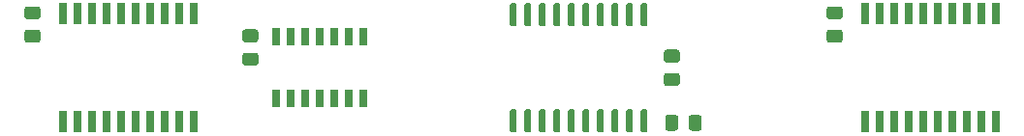
<source format=gbr>
%TF.GenerationSoftware,KiCad,Pcbnew,(5.1.6)-1*%
%TF.CreationDate,2022-11-05T15:29:03-04:00*%
%TF.ProjectId,A500-side-clockport,41353030-2d73-4696-9465-2d636c6f636b,rev?*%
%TF.SameCoordinates,Original*%
%TF.FileFunction,Paste,Top*%
%TF.FilePolarity,Positive*%
%FSLAX46Y46*%
G04 Gerber Fmt 4.6, Leading zero omitted, Abs format (unit mm)*
G04 Created by KiCad (PCBNEW (5.1.6)-1) date 2022-11-05 15:29:03*
%MOMM*%
%LPD*%
G01*
G04 APERTURE LIST*
%ADD10R,0.650000X1.525000*%
%ADD11R,0.650000X1.950000*%
G04 APERTURE END LIST*
%TO.C,C1*%
G36*
G01*
X159588000Y-75241999D02*
X159588000Y-76142001D01*
G75*
G02*
X159338001Y-76392000I-249999J0D01*
G01*
X158687999Y-76392000D01*
G75*
G02*
X158438000Y-76142001I0J249999D01*
G01*
X158438000Y-75241999D01*
G75*
G02*
X158687999Y-74992000I249999J0D01*
G01*
X159338001Y-74992000D01*
G75*
G02*
X159588000Y-75241999I0J-249999D01*
G01*
G37*
G36*
G01*
X157538000Y-75241999D02*
X157538000Y-76142001D01*
G75*
G02*
X157288001Y-76392000I-249999J0D01*
G01*
X156637999Y-76392000D01*
G75*
G02*
X156388000Y-76142001I0J249999D01*
G01*
X156388000Y-75241999D01*
G75*
G02*
X156637999Y-74992000I249999J0D01*
G01*
X157288001Y-74992000D01*
G75*
G02*
X157538000Y-75241999I0J-249999D01*
G01*
G37*
%TD*%
%TO.C,C2*%
G36*
G01*
X120592001Y-68629000D02*
X119691999Y-68629000D01*
G75*
G02*
X119442000Y-68379001I0J249999D01*
G01*
X119442000Y-67728999D01*
G75*
G02*
X119691999Y-67479000I249999J0D01*
G01*
X120592001Y-67479000D01*
G75*
G02*
X120842000Y-67728999I0J-249999D01*
G01*
X120842000Y-68379001D01*
G75*
G02*
X120592001Y-68629000I-249999J0D01*
G01*
G37*
G36*
G01*
X120592001Y-70679000D02*
X119691999Y-70679000D01*
G75*
G02*
X119442000Y-70429001I0J249999D01*
G01*
X119442000Y-69778999D01*
G75*
G02*
X119691999Y-69529000I249999J0D01*
G01*
X120592001Y-69529000D01*
G75*
G02*
X120842000Y-69778999I0J-249999D01*
G01*
X120842000Y-70429001D01*
G75*
G02*
X120592001Y-70679000I-249999J0D01*
G01*
G37*
%TD*%
%TO.C,C3*%
G36*
G01*
X101542001Y-66615000D02*
X100641999Y-66615000D01*
G75*
G02*
X100392000Y-66365001I0J249999D01*
G01*
X100392000Y-65714999D01*
G75*
G02*
X100641999Y-65465000I249999J0D01*
G01*
X101542001Y-65465000D01*
G75*
G02*
X101792000Y-65714999I0J-249999D01*
G01*
X101792000Y-66365001D01*
G75*
G02*
X101542001Y-66615000I-249999J0D01*
G01*
G37*
G36*
G01*
X101542001Y-68665000D02*
X100641999Y-68665000D01*
G75*
G02*
X100392000Y-68415001I0J249999D01*
G01*
X100392000Y-67764999D01*
G75*
G02*
X100641999Y-67515000I249999J0D01*
G01*
X101542001Y-67515000D01*
G75*
G02*
X101792000Y-67764999I0J-249999D01*
G01*
X101792000Y-68415001D01*
G75*
G02*
X101542001Y-68665000I-249999J0D01*
G01*
G37*
%TD*%
%TO.C,C4*%
G36*
G01*
X171646001Y-68665000D02*
X170745999Y-68665000D01*
G75*
G02*
X170496000Y-68415001I0J249999D01*
G01*
X170496000Y-67764999D01*
G75*
G02*
X170745999Y-67515000I249999J0D01*
G01*
X171646001Y-67515000D01*
G75*
G02*
X171896000Y-67764999I0J-249999D01*
G01*
X171896000Y-68415001D01*
G75*
G02*
X171646001Y-68665000I-249999J0D01*
G01*
G37*
G36*
G01*
X171646001Y-66615000D02*
X170745999Y-66615000D01*
G75*
G02*
X170496000Y-66365001I0J249999D01*
G01*
X170496000Y-65714999D01*
G75*
G02*
X170745999Y-65465000I249999J0D01*
G01*
X171646001Y-65465000D01*
G75*
G02*
X171896000Y-65714999I0J-249999D01*
G01*
X171896000Y-66365001D01*
G75*
G02*
X171646001Y-66615000I-249999J0D01*
G01*
G37*
%TD*%
%TO.C,R1*%
G36*
G01*
X157422001Y-72466000D02*
X156521999Y-72466000D01*
G75*
G02*
X156272000Y-72216001I0J249999D01*
G01*
X156272000Y-71565999D01*
G75*
G02*
X156521999Y-71316000I249999J0D01*
G01*
X157422001Y-71316000D01*
G75*
G02*
X157672000Y-71565999I0J-249999D01*
G01*
X157672000Y-72216001D01*
G75*
G02*
X157422001Y-72466000I-249999J0D01*
G01*
G37*
G36*
G01*
X157422001Y-70416000D02*
X156521999Y-70416000D01*
G75*
G02*
X156272000Y-70166001I0J249999D01*
G01*
X156272000Y-69515999D01*
G75*
G02*
X156521999Y-69266000I249999J0D01*
G01*
X157422001Y-69266000D01*
G75*
G02*
X157672000Y-69515999I0J-249999D01*
G01*
X157672000Y-70166001D01*
G75*
G02*
X157422001Y-70416000I-249999J0D01*
G01*
G37*
%TD*%
%TO.C,U1*%
G36*
G01*
X154409000Y-65191000D02*
X154709000Y-65191000D01*
G75*
G02*
X154859000Y-65341000I0J-150000D01*
G01*
X154859000Y-67091000D01*
G75*
G02*
X154709000Y-67241000I-150000J0D01*
G01*
X154409000Y-67241000D01*
G75*
G02*
X154259000Y-67091000I0J150000D01*
G01*
X154259000Y-65341000D01*
G75*
G02*
X154409000Y-65191000I150000J0D01*
G01*
G37*
G36*
G01*
X153139000Y-65191000D02*
X153439000Y-65191000D01*
G75*
G02*
X153589000Y-65341000I0J-150000D01*
G01*
X153589000Y-67091000D01*
G75*
G02*
X153439000Y-67241000I-150000J0D01*
G01*
X153139000Y-67241000D01*
G75*
G02*
X152989000Y-67091000I0J150000D01*
G01*
X152989000Y-65341000D01*
G75*
G02*
X153139000Y-65191000I150000J0D01*
G01*
G37*
G36*
G01*
X151869000Y-65191000D02*
X152169000Y-65191000D01*
G75*
G02*
X152319000Y-65341000I0J-150000D01*
G01*
X152319000Y-67091000D01*
G75*
G02*
X152169000Y-67241000I-150000J0D01*
G01*
X151869000Y-67241000D01*
G75*
G02*
X151719000Y-67091000I0J150000D01*
G01*
X151719000Y-65341000D01*
G75*
G02*
X151869000Y-65191000I150000J0D01*
G01*
G37*
G36*
G01*
X150599000Y-65191000D02*
X150899000Y-65191000D01*
G75*
G02*
X151049000Y-65341000I0J-150000D01*
G01*
X151049000Y-67091000D01*
G75*
G02*
X150899000Y-67241000I-150000J0D01*
G01*
X150599000Y-67241000D01*
G75*
G02*
X150449000Y-67091000I0J150000D01*
G01*
X150449000Y-65341000D01*
G75*
G02*
X150599000Y-65191000I150000J0D01*
G01*
G37*
G36*
G01*
X149329000Y-65191000D02*
X149629000Y-65191000D01*
G75*
G02*
X149779000Y-65341000I0J-150000D01*
G01*
X149779000Y-67091000D01*
G75*
G02*
X149629000Y-67241000I-150000J0D01*
G01*
X149329000Y-67241000D01*
G75*
G02*
X149179000Y-67091000I0J150000D01*
G01*
X149179000Y-65341000D01*
G75*
G02*
X149329000Y-65191000I150000J0D01*
G01*
G37*
G36*
G01*
X148059000Y-65191000D02*
X148359000Y-65191000D01*
G75*
G02*
X148509000Y-65341000I0J-150000D01*
G01*
X148509000Y-67091000D01*
G75*
G02*
X148359000Y-67241000I-150000J0D01*
G01*
X148059000Y-67241000D01*
G75*
G02*
X147909000Y-67091000I0J150000D01*
G01*
X147909000Y-65341000D01*
G75*
G02*
X148059000Y-65191000I150000J0D01*
G01*
G37*
G36*
G01*
X146789000Y-65191000D02*
X147089000Y-65191000D01*
G75*
G02*
X147239000Y-65341000I0J-150000D01*
G01*
X147239000Y-67091000D01*
G75*
G02*
X147089000Y-67241000I-150000J0D01*
G01*
X146789000Y-67241000D01*
G75*
G02*
X146639000Y-67091000I0J150000D01*
G01*
X146639000Y-65341000D01*
G75*
G02*
X146789000Y-65191000I150000J0D01*
G01*
G37*
G36*
G01*
X145519000Y-65191000D02*
X145819000Y-65191000D01*
G75*
G02*
X145969000Y-65341000I0J-150000D01*
G01*
X145969000Y-67091000D01*
G75*
G02*
X145819000Y-67241000I-150000J0D01*
G01*
X145519000Y-67241000D01*
G75*
G02*
X145369000Y-67091000I0J150000D01*
G01*
X145369000Y-65341000D01*
G75*
G02*
X145519000Y-65191000I150000J0D01*
G01*
G37*
G36*
G01*
X144249000Y-65191000D02*
X144549000Y-65191000D01*
G75*
G02*
X144699000Y-65341000I0J-150000D01*
G01*
X144699000Y-67091000D01*
G75*
G02*
X144549000Y-67241000I-150000J0D01*
G01*
X144249000Y-67241000D01*
G75*
G02*
X144099000Y-67091000I0J150000D01*
G01*
X144099000Y-65341000D01*
G75*
G02*
X144249000Y-65191000I150000J0D01*
G01*
G37*
G36*
G01*
X142979000Y-65191000D02*
X143279000Y-65191000D01*
G75*
G02*
X143429000Y-65341000I0J-150000D01*
G01*
X143429000Y-67091000D01*
G75*
G02*
X143279000Y-67241000I-150000J0D01*
G01*
X142979000Y-67241000D01*
G75*
G02*
X142829000Y-67091000I0J150000D01*
G01*
X142829000Y-65341000D01*
G75*
G02*
X142979000Y-65191000I150000J0D01*
G01*
G37*
G36*
G01*
X142979000Y-74491000D02*
X143279000Y-74491000D01*
G75*
G02*
X143429000Y-74641000I0J-150000D01*
G01*
X143429000Y-76391000D01*
G75*
G02*
X143279000Y-76541000I-150000J0D01*
G01*
X142979000Y-76541000D01*
G75*
G02*
X142829000Y-76391000I0J150000D01*
G01*
X142829000Y-74641000D01*
G75*
G02*
X142979000Y-74491000I150000J0D01*
G01*
G37*
G36*
G01*
X144249000Y-74491000D02*
X144549000Y-74491000D01*
G75*
G02*
X144699000Y-74641000I0J-150000D01*
G01*
X144699000Y-76391000D01*
G75*
G02*
X144549000Y-76541000I-150000J0D01*
G01*
X144249000Y-76541000D01*
G75*
G02*
X144099000Y-76391000I0J150000D01*
G01*
X144099000Y-74641000D01*
G75*
G02*
X144249000Y-74491000I150000J0D01*
G01*
G37*
G36*
G01*
X145519000Y-74491000D02*
X145819000Y-74491000D01*
G75*
G02*
X145969000Y-74641000I0J-150000D01*
G01*
X145969000Y-76391000D01*
G75*
G02*
X145819000Y-76541000I-150000J0D01*
G01*
X145519000Y-76541000D01*
G75*
G02*
X145369000Y-76391000I0J150000D01*
G01*
X145369000Y-74641000D01*
G75*
G02*
X145519000Y-74491000I150000J0D01*
G01*
G37*
G36*
G01*
X146789000Y-74491000D02*
X147089000Y-74491000D01*
G75*
G02*
X147239000Y-74641000I0J-150000D01*
G01*
X147239000Y-76391000D01*
G75*
G02*
X147089000Y-76541000I-150000J0D01*
G01*
X146789000Y-76541000D01*
G75*
G02*
X146639000Y-76391000I0J150000D01*
G01*
X146639000Y-74641000D01*
G75*
G02*
X146789000Y-74491000I150000J0D01*
G01*
G37*
G36*
G01*
X148059000Y-74491000D02*
X148359000Y-74491000D01*
G75*
G02*
X148509000Y-74641000I0J-150000D01*
G01*
X148509000Y-76391000D01*
G75*
G02*
X148359000Y-76541000I-150000J0D01*
G01*
X148059000Y-76541000D01*
G75*
G02*
X147909000Y-76391000I0J150000D01*
G01*
X147909000Y-74641000D01*
G75*
G02*
X148059000Y-74491000I150000J0D01*
G01*
G37*
G36*
G01*
X149329000Y-74491000D02*
X149629000Y-74491000D01*
G75*
G02*
X149779000Y-74641000I0J-150000D01*
G01*
X149779000Y-76391000D01*
G75*
G02*
X149629000Y-76541000I-150000J0D01*
G01*
X149329000Y-76541000D01*
G75*
G02*
X149179000Y-76391000I0J150000D01*
G01*
X149179000Y-74641000D01*
G75*
G02*
X149329000Y-74491000I150000J0D01*
G01*
G37*
G36*
G01*
X150599000Y-74491000D02*
X150899000Y-74491000D01*
G75*
G02*
X151049000Y-74641000I0J-150000D01*
G01*
X151049000Y-76391000D01*
G75*
G02*
X150899000Y-76541000I-150000J0D01*
G01*
X150599000Y-76541000D01*
G75*
G02*
X150449000Y-76391000I0J150000D01*
G01*
X150449000Y-74641000D01*
G75*
G02*
X150599000Y-74491000I150000J0D01*
G01*
G37*
G36*
G01*
X151869000Y-74491000D02*
X152169000Y-74491000D01*
G75*
G02*
X152319000Y-74641000I0J-150000D01*
G01*
X152319000Y-76391000D01*
G75*
G02*
X152169000Y-76541000I-150000J0D01*
G01*
X151869000Y-76541000D01*
G75*
G02*
X151719000Y-76391000I0J150000D01*
G01*
X151719000Y-74641000D01*
G75*
G02*
X151869000Y-74491000I150000J0D01*
G01*
G37*
G36*
G01*
X153139000Y-74491000D02*
X153439000Y-74491000D01*
G75*
G02*
X153589000Y-74641000I0J-150000D01*
G01*
X153589000Y-76391000D01*
G75*
G02*
X153439000Y-76541000I-150000J0D01*
G01*
X153139000Y-76541000D01*
G75*
G02*
X152989000Y-76391000I0J150000D01*
G01*
X152989000Y-74641000D01*
G75*
G02*
X153139000Y-74491000I150000J0D01*
G01*
G37*
G36*
G01*
X154409000Y-74491000D02*
X154709000Y-74491000D01*
G75*
G02*
X154859000Y-74641000I0J-150000D01*
G01*
X154859000Y-76391000D01*
G75*
G02*
X154709000Y-76541000I-150000J0D01*
G01*
X154409000Y-76541000D01*
G75*
G02*
X154259000Y-76391000I0J150000D01*
G01*
X154259000Y-74641000D01*
G75*
G02*
X154409000Y-74491000I150000J0D01*
G01*
G37*
%TD*%
D10*
%TO.C,U2*%
X122428000Y-73578000D03*
X123698000Y-73578000D03*
X124968000Y-73578000D03*
X126238000Y-73578000D03*
X127508000Y-73578000D03*
X128778000Y-73578000D03*
X130048000Y-73578000D03*
X130048000Y-68154000D03*
X128778000Y-68154000D03*
X127508000Y-68154000D03*
X126238000Y-68154000D03*
X124968000Y-68154000D03*
X123698000Y-68154000D03*
X122428000Y-68154000D03*
%TD*%
D11*
%TO.C,U3*%
X103759000Y-75591000D03*
X105029000Y-75591000D03*
X106299000Y-75591000D03*
X107569000Y-75591000D03*
X108839000Y-75591000D03*
X110109000Y-75591000D03*
X111379000Y-75591000D03*
X112649000Y-75591000D03*
X113919000Y-75591000D03*
X115189000Y-75591000D03*
X115189000Y-66141000D03*
X113919000Y-66141000D03*
X112649000Y-66141000D03*
X111379000Y-66141000D03*
X110109000Y-66141000D03*
X108839000Y-66141000D03*
X107569000Y-66141000D03*
X106299000Y-66141000D03*
X105029000Y-66141000D03*
X103759000Y-66141000D03*
%TD*%
%TO.C,U4*%
X173863000Y-66141000D03*
X175133000Y-66141000D03*
X176403000Y-66141000D03*
X177673000Y-66141000D03*
X178943000Y-66141000D03*
X180213000Y-66141000D03*
X181483000Y-66141000D03*
X182753000Y-66141000D03*
X184023000Y-66141000D03*
X185293000Y-66141000D03*
X185293000Y-75591000D03*
X184023000Y-75591000D03*
X182753000Y-75591000D03*
X181483000Y-75591000D03*
X180213000Y-75591000D03*
X178943000Y-75591000D03*
X177673000Y-75591000D03*
X176403000Y-75591000D03*
X175133000Y-75591000D03*
X173863000Y-75591000D03*
%TD*%
M02*

</source>
